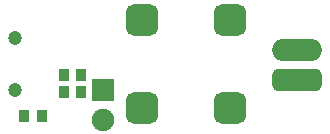
<source format=gbs>
G04*
G04 #@! TF.GenerationSoftware,Altium Limited,Altium Designer,21.4.1 (30)*
G04*
G04 Layer_Color=16711935*
%FSLAX25Y25*%
%MOIN*%
G70*
G04*
G04 #@! TF.SameCoordinates,1EC51C1C-F771-4994-86DF-2D69714EE4D9*
G04*
G04*
G04 #@! TF.FilePolarity,Negative*
G04*
G01*
G75*
%ADD27R,0.03556X0.04343*%
%ADD33C,0.04737*%
%ADD34C,0.07493*%
%ADD35R,0.07493X0.07493*%
%ADD36O,0.16548X0.07493*%
G04:AMPARAMS|DCode=37|XSize=165.48mil|YSize=74.93mil|CornerRadius=20.73mil|HoleSize=0mil|Usage=FLASHONLY|Rotation=180.000|XOffset=0mil|YOffset=0mil|HoleType=Round|Shape=RoundedRectangle|*
%AMROUNDEDRECTD37*
21,1,0.16548,0.03347,0,0,180.0*
21,1,0.12402,0.07493,0,0,180.0*
1,1,0.04146,-0.06201,0.01673*
1,1,0.04146,0.06201,0.01673*
1,1,0.04146,0.06201,-0.01673*
1,1,0.04146,-0.06201,-0.01673*
%
%ADD37ROUNDEDRECTD37*%
G04:AMPARAMS|DCode=48|XSize=106.42mil|YSize=106.42mil|CornerRadius=28.61mil|HoleSize=0mil|Usage=FLASHONLY|Rotation=270.000|XOffset=0mil|YOffset=0mil|HoleType=Round|Shape=RoundedRectangle|*
%AMROUNDEDRECTD48*
21,1,0.10642,0.04921,0,0,270.0*
21,1,0.04921,0.10642,0,0,270.0*
1,1,0.05721,-0.02461,-0.02461*
1,1,0.05721,-0.02461,0.02461*
1,1,0.05721,0.02461,0.02461*
1,1,0.05721,0.02461,-0.02461*
%
%ADD48ROUNDEDRECTD48*%
D27*
X134744Y122244D02*
D03*
X140650D02*
D03*
Y116732D02*
D03*
X134744D02*
D03*
X121457Y108563D02*
D03*
X127362D02*
D03*
D33*
X118500Y134783D02*
D03*
Y117500D02*
D03*
D34*
X148000Y107500D02*
D03*
D35*
Y117500D02*
D03*
D36*
X212598Y130591D02*
D03*
D37*
Y120591D02*
D03*
D48*
X160933Y140567D02*
D03*
X190067D02*
D03*
Y111433D02*
D03*
X160933D02*
D03*
M02*

</source>
